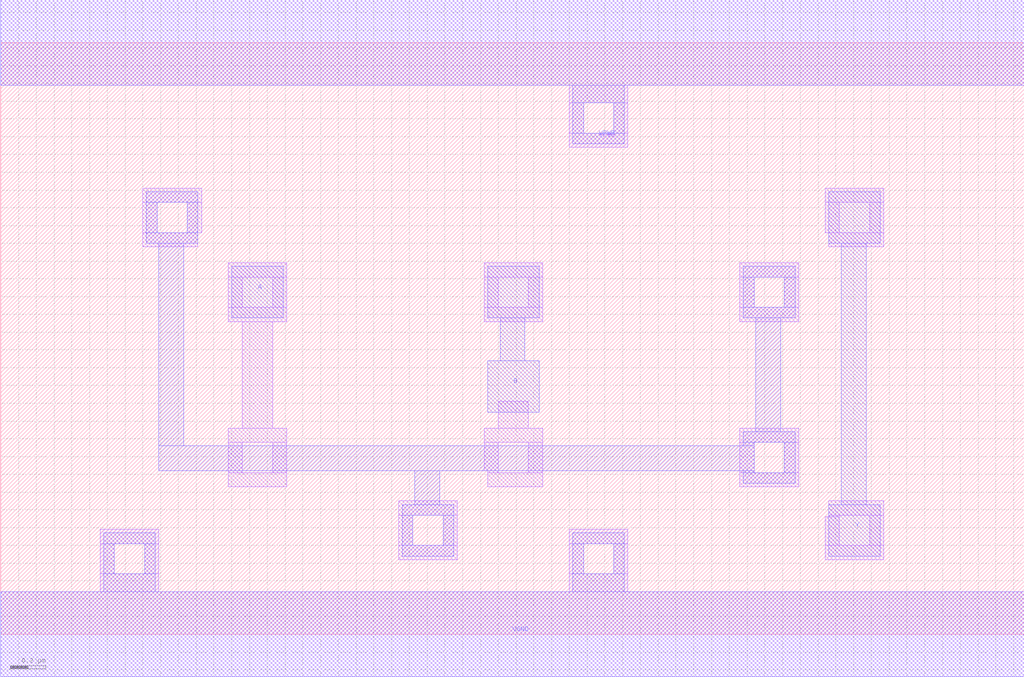
<source format=lef>
VERSION 5.7 ;
  NOWIREEXTENSIONATPIN ON ;
  DIVIDERCHAR "/" ;
  BUSBITCHARS "[]" ;
MACRO OR2X2
  CLASS CORE ;
  FOREIGN OR2X2 ;
  ORIGIN 0.000 0.000 ;
  SIZE 5.760 BY 3.330 ;
  SYMMETRY X Y R90 ;
  SITE unit ;
  PIN VPWR
    DIRECTION INOUT ;
    USE POWER ;
    SHAPE ABUTMENT ;
    PORT
      LAYER met1 ;
        RECT 0.000 3.090 5.760 3.570 ;
        RECT 3.220 2.990 3.510 3.090 ;
        RECT 3.220 2.820 3.280 2.990 ;
        RECT 3.450 2.820 3.510 2.990 ;
        RECT 3.220 2.760 3.510 2.820 ;
    END
    PORT
      LAYER li1 ;
        RECT 0.000 3.090 5.760 3.570 ;
        RECT 3.200 2.990 3.530 3.090 ;
        RECT 3.200 2.820 3.280 2.990 ;
        RECT 3.450 2.820 3.530 2.990 ;
        RECT 3.200 2.740 3.530 2.820 ;
    END
  END VPWR
  PIN VGND
    DIRECTION INOUT ;
    USE GROUND ;
    SHAPE ABUTMENT ;
    PORT
      LAYER met1 ;
        RECT 0.580 0.510 0.870 0.570 ;
        RECT 0.580 0.340 0.640 0.510 ;
        RECT 0.810 0.340 0.870 0.510 ;
        RECT 0.580 0.240 0.870 0.340 ;
        RECT 3.220 0.510 3.510 0.570 ;
        RECT 3.220 0.340 3.280 0.510 ;
        RECT 3.450 0.340 3.510 0.510 ;
        RECT 3.220 0.240 3.510 0.340 ;
        RECT 0.000 -0.240 5.760 0.240 ;
    END
    PORT
      LAYER li1 ;
        RECT 0.560 0.510 0.890 0.590 ;
        RECT 0.560 0.340 0.640 0.510 ;
        RECT 0.810 0.340 0.890 0.510 ;
        RECT 0.560 0.240 0.890 0.340 ;
        RECT 3.200 0.510 3.530 0.590 ;
        RECT 3.200 0.340 3.280 0.510 ;
        RECT 3.450 0.340 3.530 0.510 ;
        RECT 3.200 0.240 3.530 0.340 ;
        RECT 0.000 -0.240 5.760 0.240 ;
    END
  END VGND
  PIN Y
    DIRECTION INOUT ;
    USE SIGNAL ;
    SHAPE ABUTMENT ;
    PORT
      LAYER met1 ;
        RECT 4.660 2.200 4.950 2.490 ;
        RECT 4.730 0.730 4.870 2.200 ;
        RECT 4.660 0.440 4.950 0.730 ;
    END
  END Y
  PIN A
    DIRECTION INOUT ;
    USE SIGNAL ;
    SHAPE ABUTMENT ;
    PORT
      LAYER met1 ;
        RECT 1.300 1.780 1.590 2.070 ;
    END
  END A
  PIN B
    DIRECTION INOUT ;
    USE SIGNAL ;
    SHAPE ABUTMENT ;
    PORT
      LAYER met1 ;
        RECT 2.740 1.780 3.030 2.070 ;
        RECT 2.810 1.540 2.950 1.780 ;
        RECT 2.740 1.250 3.030 1.540 ;
    END
  END B
  OBS
      LAYER li1 ;
        RECT 0.800 2.430 1.130 2.510 ;
        RECT 0.800 2.260 0.880 2.430 ;
        RECT 1.050 2.260 1.130 2.430 ;
        RECT 4.640 2.430 4.970 2.510 ;
        RECT 4.640 2.260 4.720 2.430 ;
        RECT 4.890 2.260 4.970 2.430 ;
        RECT 0.800 2.180 1.110 2.260 ;
        RECT 4.660 2.180 4.970 2.260 ;
        RECT 1.280 2.010 1.610 2.090 ;
        RECT 1.280 1.840 1.360 2.010 ;
        RECT 1.530 1.840 1.610 2.010 ;
        RECT 1.280 1.760 1.610 1.840 ;
        RECT 2.720 2.010 3.050 2.090 ;
        RECT 2.720 1.840 2.800 2.010 ;
        RECT 2.970 1.840 3.050 2.010 ;
        RECT 2.720 1.760 3.050 1.840 ;
        RECT 4.160 2.010 4.490 2.090 ;
        RECT 4.160 1.840 4.240 2.010 ;
        RECT 4.410 1.840 4.490 2.010 ;
        RECT 4.160 1.760 4.490 1.840 ;
        RECT 1.360 1.160 1.530 1.760 ;
        RECT 2.800 1.160 2.970 1.310 ;
        RECT 1.280 1.080 1.610 1.160 ;
        RECT 1.280 0.910 1.360 1.080 ;
        RECT 1.530 0.910 1.610 1.080 ;
        RECT 2.720 1.080 3.050 1.160 ;
        RECT 2.720 0.920 2.800 1.080 ;
        RECT 1.280 0.830 1.610 0.910 ;
        RECT 2.740 0.910 2.800 0.920 ;
        RECT 2.970 0.910 3.050 1.080 ;
        RECT 2.740 0.830 3.050 0.910 ;
        RECT 4.160 1.080 4.490 1.160 ;
        RECT 4.160 0.910 4.240 1.080 ;
        RECT 4.410 0.910 4.490 1.080 ;
        RECT 4.160 0.830 4.490 0.910 ;
        RECT 2.240 0.670 2.570 0.750 ;
        RECT 2.240 0.500 2.320 0.670 ;
        RECT 2.490 0.500 2.570 0.670 ;
        RECT 4.660 0.670 4.970 0.750 ;
        RECT 4.660 0.660 4.720 0.670 ;
        RECT 2.240 0.420 2.570 0.500 ;
        RECT 4.640 0.500 4.720 0.660 ;
        RECT 4.890 0.500 4.970 0.670 ;
        RECT 4.640 0.420 4.970 0.500 ;
      LAYER met1 ;
        RECT 0.820 2.430 1.110 2.490 ;
        RECT 0.820 2.260 0.880 2.430 ;
        RECT 1.050 2.260 1.110 2.430 ;
        RECT 0.820 2.200 1.110 2.260 ;
        RECT 0.890 1.060 1.030 2.200 ;
        RECT 4.180 2.010 4.470 2.070 ;
        RECT 4.180 1.840 4.240 2.010 ;
        RECT 4.410 1.840 4.470 2.010 ;
        RECT 4.180 1.780 4.470 1.840 ;
        RECT 4.250 1.140 4.390 1.780 ;
        RECT 4.180 1.080 4.470 1.140 ;
        RECT 4.180 1.060 4.240 1.080 ;
        RECT 0.890 0.920 4.240 1.060 ;
        RECT 2.330 0.730 2.470 0.920 ;
        RECT 4.180 0.910 4.240 0.920 ;
        RECT 4.410 0.910 4.470 1.080 ;
        RECT 4.180 0.850 4.470 0.910 ;
        RECT 2.260 0.670 2.550 0.730 ;
        RECT 2.260 0.500 2.320 0.670 ;
        RECT 2.490 0.500 2.550 0.670 ;
        RECT 2.260 0.440 2.550 0.500 ;
  END
END OR2X2
END LIBRARY


</source>
